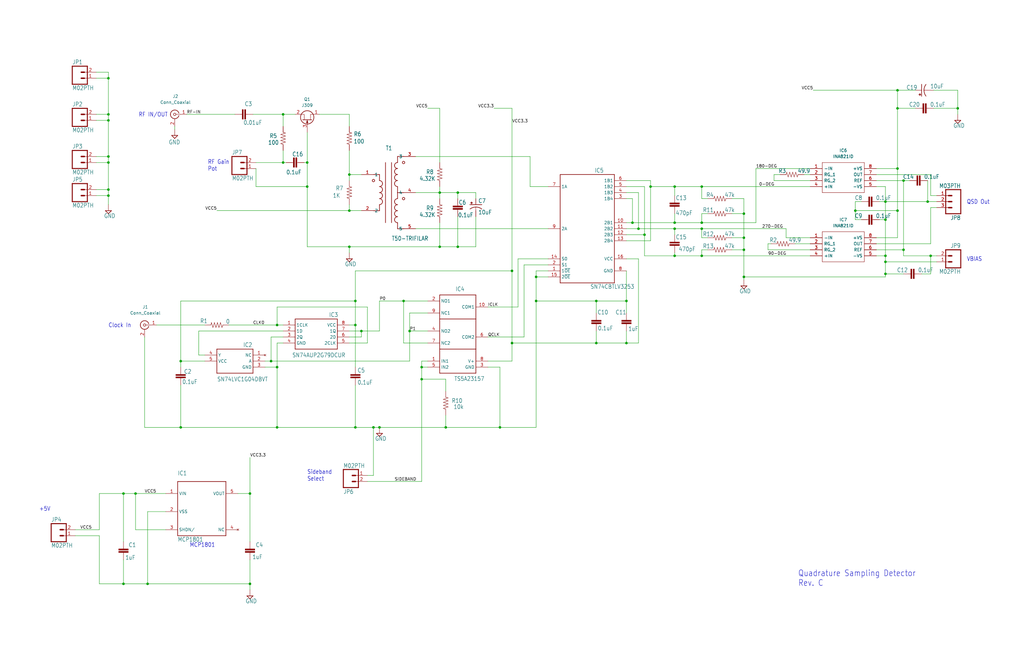
<source format=kicad_sch>
(kicad_sch (version 20230121) (generator eeschema)
  (paper "B")
  (title_block (date "2022-12-23"))
  (lib_symbols
    (symbol "Connector:Conn_Coaxial" (pin_names (offset 1.016) hide)
      (property "Reference" "J" (at 0.254 3.048 0))
      (property "Value" "Conn_Coaxial" (at 2.921 0 90))
      (symbol "Conn_Coaxial_1_1"
        (pin passive line (at -5.08 0 0) (length 2.54) (name "In") (number "1"))
        (pin passive line (at 0 -5.08 90) (length 2.54) (name "Ext") (number "2"))
      )
    )
    (symbol "Device:Q_NJFET_DSG" (pin_names (offset 0) hide)
      (property "Reference" "Q" (at 5.08 1.27 0))
      (property "Value" "Q_NJFET_DSG" (at 5.08 -1.27 0))
      (symbol "Q_NJFET_DSG_1_1"
        (pin passive line (at 2.54 5.08 270) (length 2.54) (name "D") (number "1"))
        (pin passive line (at 2.54 -5.08 90) (length 2.54) (name "S") (number "2"))
        (pin input line (at -5.08 0 0) (length 5.334) (name "G") (number "3"))
      )
    )
    (symbol "SamacSys_Parts:INA821ID" (pin_names (offset 0.762))
      (property "Reference" "IC" (at 24.13 7.62 0))
      (property "Value" "INA821ID" (at 24.13 5.08 0))
      (symbol "INA821ID_0_0"
        (pin passive line (at 0 0 0) (length 5.08) (name "-IN") (number "1"))
        (pin passive line (at 0 -2.54 0) (length 5.08) (name "RG_1") (number "2"))
        (pin passive line (at 0 -5.08 0) (length 5.08) (name "RG_2") (number "3"))
        (pin passive line (at 0 -7.62 0) (length 5.08) (name "+IN") (number "4"))
        (pin passive line (at 27.94 -7.62 180) (length 5.08) (name "-VS") (number "5"))
        (pin passive line (at 27.94 -5.08 180) (length 5.08) (name "REF") (number "6"))
        (pin passive line (at 27.94 -2.54 180) (length 5.08) (name "OUT") (number "7"))
        (pin passive line (at 27.94 0 180) (length 5.08) (name "+VS") (number "8"))
      )
    )
    (symbol "qsd_revB-eagle-import:10UF-25V-20%(PTH)"
      (property "Reference" "C" (at 1.016 0.635 0))
      (property "Value" "10UF-25V-20%(PTH)" (at 1.016 -4.191 0))
      (symbol "10UF-25V-20%(PTH)_1_0"
        (pin passive line (at 0 2.54 270) (length 2.54) (name "+") (number "1"))
        (pin passive line (at 0 -5.08 90) (length 2.54) (name "-") (number "2"))
      )
    )
    (symbol "qsd_revB-eagle-import:CAP0603-CAP"
      (property "Reference" "C" (at 1.524 2.921 0))
      (property "Value" "CAP0603-CAP" (at 1.524 -2.159 0))
      (symbol "CAP0603-CAP_1_0"
        (pin passive line (at 0 5.08 270) (length 2.54) (name "1") (number "1"))
        (pin passive line (at 0 -2.54 90) (length 2.54) (name "2") (number "2"))
      )
    )
    (symbol "qsd_revB-eagle-import:GND" (power)
      (property "Value" "GND" (at -1.905 -3.175 0))
      (symbol "GND_1_0"
        (pin power_in line (at 0 2.54 270) (length 2.54) (name "GND") (number "1"))
      )
    )
    (symbol "qsd_revB-eagle-import:M02PTH"
      (property "Reference" "JP" (at -2.54 5.842 0))
      (property "Value" "M02PTH" (at -2.54 -5.08 0))
      (symbol "M02PTH_1_0"
        (pin passive line (at 7.62 0 180) (length 5.08) (name "1") (number "1"))
        (pin passive line (at 7.62 2.54 180) (length 5.08) (name "2") (number "2"))
      )
    )
    (symbol "qsd_revB-eagle-import:M03PTH"
      (property "Reference" "JP" (at -2.54 5.842 0))
      (property "Value" "M03PTH" (at -2.54 -7.62 0))
      (symbol "M03PTH_1_0"
        (pin passive line (at 7.62 -2.54 180) (length 5.08) (name "1") (number "1"))
        (pin passive line (at 7.62 0 180) (length 5.08) (name "2") (number "2"))
        (pin passive line (at 7.62 2.54 180) (length 5.08) (name "3") (number "3"))
      )
    )
    (symbol "qsd_revB-eagle-import:MCP1801"
      (property "Reference" "IC" (at 0 25.4 0))
      (property "Value" "MCP1801" (at 0 -2.54 0))
      (symbol "MCP1801_1_0"
        (pin power_in line (at -5.08 17.78 0) (length 5.08) (name "VIN") (number "1"))
        (pin power_in line (at -5.08 10.16 0) (length 5.08) (name "VSS") (number "2"))
        (pin input line (at -5.08 2.54 0) (length 5.08) (name "SHDN/") (number "3"))
        (pin no_connect line (at 25.4 2.54 180) (length 5.08) (name "NC") (number "4"))
        (pin power_in line (at 25.4 17.78 180) (length 5.08) (name "VOUT") (number "5"))
      )
    )
    (symbol "qsd_revB-eagle-import:RESISTOR0603-RES"
      (property "Reference" "R" (at -3.81 1.4986 0))
      (property "Value" "RESISTOR0603-RES" (at -3.81 -3.302 0))
      (symbol "RESISTOR0603-RES_1_0"
        (pin passive line (at -5.08 0 0) (length 2.54) (name "1") (number "1"))
        (pin passive line (at 5.08 0 180) (length 2.54) (name "2") (number "2"))
      )
    )
    (symbol "qsd_revB-eagle-import:SN74AUP2G79DCUR"
      (property "Reference" "IC" (at 24.13 7.62 0))
      (property "Value" "SN74AUP2G79DCUR" (at 24.13 5.08 0))
      (symbol "SN74AUP2G79DCUR_1_0"
        (pin bidirectional line (at 0 0 0) (length 5.08) (name "1CLK") (number "1"))
        (pin bidirectional line (at 0 -2.54 0) (length 5.08) (name "1D") (number "2"))
        (pin bidirectional line (at 0 -5.08 0) (length 5.08) (name "2Q") (number "3"))
        (pin bidirectional line (at 0 -7.62 0) (length 5.08) (name "GND") (number "4"))
        (pin bidirectional line (at 27.94 -7.62 180) (length 5.08) (name "2CLK") (number "5"))
        (pin bidirectional line (at 27.94 -5.08 180) (length 5.08) (name "2D") (number "6"))
        (pin bidirectional line (at 27.94 -2.54 180) (length 5.08) (name "1Q") (number "7"))
        (pin bidirectional line (at 27.94 0 180) (length 5.08) (name "VCC") (number "8"))
      )
    )
    (symbol "qsd_revB-eagle-import:SN74CBTLV3253"
      (property "Reference" "IC" (at 14.478 46.482 0))
      (property "Value" "SN74CBTLV3253" (at 12.7 -2.54 0))
      (symbol "SN74CBTLV3253_1_0"
        (pin bidirectional line (at -5.08 5.08 0) (length 5.08) (name "1~{OE}") (number "1"))
        (pin bidirectional line (at 27.94 25.4 180) (length 5.08) (name "2B1") (number "10"))
        (pin bidirectional line (at 27.94 22.86 180) (length 5.08) (name "2B2") (number "11"))
        (pin bidirectional line (at 27.94 20.32 180) (length 5.08) (name "2B3") (number "12"))
        (pin bidirectional line (at 27.94 17.78 180) (length 5.08) (name "2B4") (number "13"))
        (pin bidirectional line (at -5.08 10.16 0) (length 5.08) (name "S0") (number "14"))
        (pin bidirectional line (at -5.08 2.54 0) (length 5.08) (name "2~{OE}") (number "15"))
        (pin bidirectional line (at 27.94 10.16 180) (length 5.08) (name "VCC") (number "16"))
        (pin bidirectional line (at -5.08 7.62 0) (length 5.08) (name "S1") (number "2"))
        (pin bidirectional line (at 27.94 35.56 180) (length 5.08) (name "1B4") (number "3"))
        (pin bidirectional line (at 27.94 38.1 180) (length 5.08) (name "1B3") (number "4"))
        (pin bidirectional line (at 27.94 40.64 180) (length 5.08) (name "1B2") (number "5"))
        (pin bidirectional line (at 27.94 43.18 180) (length 5.08) (name "1B1") (number "6"))
        (pin bidirectional line (at -5.08 40.64 0) (length 5.08) (name "1A") (number "7"))
        (pin bidirectional line (at 27.94 5.08 180) (length 5.08) (name "GND") (number "8"))
        (pin bidirectional line (at -5.08 22.86 0) (length 5.08) (name "2A") (number "9"))
      )
    )
    (symbol "qsd_revB-eagle-import:SN74LVC1G04DBVT"
      (property "Reference" "IC" (at 21.59 7.62 0))
      (property "Value" "SN74LVC1G04DBVT" (at 21.59 5.08 0))
      (symbol "SN74LVC1G04DBVT_1_0"
        (pin no_connect line (at 0 0 0) (length 5.08) (name "NC") (number "1"))
        (pin input line (at 0 -2.54 0) (length 5.08) (name "A") (number "2"))
        (pin power_in line (at 0 -5.08 0) (length 5.08) (name "GND") (number "3"))
        (pin output line (at 25.4 0 180) (length 5.08) (name "Y") (number "4"))
        (pin power_in line (at 25.4 -2.54 180) (length 5.08) (name "VCC") (number "5"))
      )
    )
    (symbol "qsd_revB-eagle-import:T50-TRIFILAR"
      (property "Reference" "T" (at 5.08 25.4 0))
      (property "Value" "T50-TRIFILAR" (at 7.62 -12.7 0))
      (symbol "T50-TRIFILAR_1_0"
        (pin bidirectional line (at -5.08 15.24 0) (length 5.08) (name "1") (number "1"))
        (pin bidirectional line (at -5.08 0 0) (length 5.08) (name "2") (number "2"))
        (pin bidirectional line (at 17.78 22.86 180) (length 5.08) (name "3") (number "3"))
        (pin bidirectional line (at 17.78 7.62 180) (length 5.08) (name "4") (number "4"))
        (pin bidirectional line (at 17.78 -7.62 180) (length 5.08) (name "5") (number "5"))
      )
    )
    (symbol "qsd_revB-eagle-import:TS5A23157"
      (property "Reference" "IC" (at 6.604 34.544 0))
      (property "Value" "TS5A23157" (at 6.096 -3.302 0))
      (symbol "TS5A23157_1_0"
        (pin bidirectional line (at -5.08 5.08 0) (length 5.08) (name "IN1") (number "1"))
        (pin bidirectional line (at 20.32 27.94 180) (length 5.08) (name "COM1") (number "10"))
        (pin bidirectional line (at -5.08 30.48 0) (length 5.08) (name "NO1") (number "2"))
        (pin bidirectional line (at 20.32 2.54 180) (length 5.08) (name "GND") (number "3"))
        (pin bidirectional line (at -5.08 17.78 0) (length 5.08) (name "NO2") (number "4"))
        (pin bidirectional line (at -5.08 2.54 0) (length 5.08) (name "IN2") (number "5"))
        (pin bidirectional line (at 20.32 15.24 180) (length 5.08) (name "COM2") (number "6"))
        (pin bidirectional line (at -5.08 12.7 0) (length 5.08) (name "NC2") (number "7"))
        (pin bidirectional line (at 20.32 5.08 180) (length 5.08) (name "V+") (number "8"))
        (pin bidirectional line (at -5.08 25.4 0) (length 5.08) (name "NC1") (number "9"))
      )
    )
  )
  (junction (at 266.7 93.98))
  (junction (at 269.24 96.52))
  (junction (at 62.23 246.38))
  (junction (at 177.8 160.02))
  (junction (at 193.04 81.28))
  (junction (at 76.2 180.34))
  (junction (at 45.72 50.8))
  (junction (at 378.46 71.12))
  (junction (at 52.07 208.28))
  (junction (at 274.32 78.74))
  (junction (at 403.86 45.72))
  (junction (at 295.91 96.52))
  (junction (at 264.16 127))
  (junction (at 57.15 208.28))
  (junction (at 147.32 88.9))
  (junction (at 157.48 180.34))
  (junction (at 210.82 180.34))
  (junction (at 378.46 45.72))
  (junction (at 378.46 88.9))
  (junction (at 226.06 116.84))
  (junction (at 313.69 105.41))
  (junction (at 105.41 208.28))
  (junction (at 116.84 180.34))
  (junction (at 45.72 80.01))
  (junction (at 284.48 107.95))
  (junction (at 313.69 90.17))
  (junction (at 373.38 85.09))
  (junction (at 215.9 144.78))
  (junction (at 264.16 144.78))
  (junction (at 119.38 68.58))
  (junction (at 160.02 180.34))
  (junction (at 45.72 68.58))
  (junction (at 149.86 180.34))
  (junction (at 391.16 85.09))
  (junction (at 373.38 110.49))
  (junction (at 373.38 92.71))
  (junction (at 381 105.41))
  (junction (at 185.42 104.14))
  (junction (at 129.54 68.58))
  (junction (at 373.38 107.95))
  (junction (at 215.9 114.3))
  (junction (at 271.78 99.06))
  (junction (at 251.46 127))
  (junction (at 284.48 96.52))
  (junction (at 381 76.2))
  (junction (at 116.84 154.94))
  (junction (at 152.4 139.7))
  (junction (at 119.38 48.26))
  (junction (at 295.91 107.95))
  (junction (at 170.18 127))
  (junction (at 295.91 78.74))
  (junction (at 284.48 78.74))
  (junction (at 114.3 152.4))
  (junction (at 147.32 104.14))
  (junction (at 52.07 246.38))
  (junction (at 193.04 104.14))
  (junction (at 295.91 93.98))
  (junction (at 177.8 154.94))
  (junction (at 129.54 78.74))
  (junction (at 226.06 127))
  (junction (at 45.72 48.26))
  (junction (at 172.72 139.7))
  (junction (at 116.84 137.16))
  (junction (at 147.32 73.66))
  (junction (at 284.48 93.98))
  (junction (at 373.38 115.57))
  (junction (at 392.43 107.95))
  (junction (at 185.42 81.28))
  (junction (at 45.72 82.55))
  (junction (at 313.69 100.33))
  (junction (at 76.2 152.4))
  (junction (at 45.72 33.02))
  (junction (at 378.46 38.1))
  (junction (at 45.72 66.04))
  (junction (at 105.41 246.38))
  (junction (at 360.68 88.9))
  (junction (at 149.86 137.16))
  (junction (at 187.96 180.34))
  (junction (at 251.46 144.78))
  (junction (at 313.69 116.84))
  (junction (at 149.86 127))
  (wire (pts (xy 147.32 76.2) (xy 147.32 73.66)))
  (wire (pts (xy 129.54 68.58) (xy 129.54 78.74)))
  (wire (pts (xy 177.8 160.02) (xy 177.8 203.2)))
  (wire (pts (xy 378.46 38.1) (xy 378.46 45.72)))
  (wire (pts (xy 129.54 78.74) (xy 129.54 104.14)))
  (wire (pts (xy 185.42 93.98) (xy 185.42 104.14)))
  (wire (pts (xy 378.46 71.12) (xy 378.46 88.9)))
  (wire (pts (xy 73.66 53.34) (xy 73.66 54.61)))
  (wire (pts (xy 308.61 90.17) (xy 313.69 90.17)))
  (wire (pts (xy 323.85 105.41) (xy 323.85 102.87)))
  (wire (pts (xy 172.72 132.08) (xy 180.34 132.08)))
  (wire (pts (xy 373.38 115.57) (xy 373.38 116.84)))
  (wire (pts (xy 231.14 116.84) (xy 226.06 116.84)))
  (wire (pts (xy 298.45 100.33) (xy 295.91 100.33)))
  (wire (pts (xy 52.07 246.38) (xy 62.23 246.38)))
  (wire (pts (xy 218.44 109.22) (xy 231.14 109.22)))
  (wire (pts (xy 111.76 154.94) (xy 116.84 154.94)))
  (wire (pts (xy 369.57 100.33) (xy 378.46 100.33)))
  (wire (pts (xy 180.34 144.78) (xy 170.18 144.78)))
  (wire (pts (xy 45.72 80.01) (xy 45.72 82.55)))
  (wire (pts (xy 200.66 104.14) (xy 193.04 104.14)))
  (wire (pts (xy 129.54 55.88) (xy 129.54 68.58)))
  (wire (pts (xy 45.72 66.04) (xy 45.72 68.58)))
  (wire (pts (xy 60.96 142.24) (xy 60.96 180.34)))
  (wire (pts (xy 378.46 100.33) (xy 378.46 88.9)))
  (wire (pts (xy 180.34 152.4) (xy 177.8 152.4)))
  (wire (pts (xy 147.32 86.36) (xy 147.32 88.9)))
  (wire (pts (xy 40.64 82.55) (xy 45.72 82.55)))
  (wire (pts (xy 373.38 115.57) (xy 381 115.57)))
  (wire (pts (xy 391.16 76.2) (xy 391.16 85.09)))
  (wire (pts (xy 205.74 129.54) (xy 218.44 129.54)))
  (wire (pts (xy 284.48 93.98) (xy 266.7 93.98)))
  (wire (pts (xy 284.48 78.74) (xy 295.91 78.74)))
  (wire (pts (xy 147.32 88.9) (xy 152.4 88.9)))
  (wire (pts (xy 295.91 100.33) (xy 295.91 96.52)))
  (wire (pts (xy 45.72 50.8) (xy 45.72 66.04)))
  (wire (pts (xy 193.04 91.44) (xy 193.04 104.14)))
  (wire (pts (xy 220.98 142.24) (xy 220.98 111.76)))
  (wire (pts (xy 210.82 180.34) (xy 226.06 180.34)))
  (wire (pts (xy 313.69 116.84) (xy 313.69 118.11)))
  (wire (pts (xy 149.86 127) (xy 149.86 114.3)))
  (wire (pts (xy 284.48 96.52) (xy 295.91 96.52)))
  (wire (pts (xy 388.62 115.57) (xy 392.43 115.57)))
  (wire (pts (xy 83.82 139.7) (xy 119.38 139.7)))
  (wire (pts (xy 373.38 107.95) (xy 373.38 110.49)))
  (wire (pts (xy 231.14 114.3) (xy 226.06 114.3)))
  (wire (pts (xy 105.41 236.22) (xy 105.41 246.38)))
  (wire (pts (xy 369.57 105.41) (xy 381 105.41)))
  (wire (pts (xy 381 107.95) (xy 381 105.41)))
  (wire (pts (xy 193.04 81.28) (xy 185.42 81.28)))
  (wire (pts (xy 200.66 81.28) (xy 193.04 81.28)))
  (wire (pts (xy 328.93 73.66) (xy 326.39 73.66)))
  (wire (pts (xy 185.42 81.28) (xy 185.42 83.82)))
  (wire (pts (xy 298.45 90.17) (xy 295.91 90.17)))
  (wire (pts (xy 40.64 50.8) (xy 45.72 50.8)))
  (wire (pts (xy 392.43 73.66) (xy 392.43 82.55)))
  (wire (pts (xy 215.9 144.78) (xy 215.9 114.3)))
  (wire (pts (xy 271.78 99.06) (xy 264.16 99.06)))
  (wire (pts (xy 369.57 73.66) (xy 392.43 73.66)))
  (wire (pts (xy 41.91 246.38) (xy 52.07 246.38)))
  (wire (pts (xy 60.96 180.34) (xy 76.2 180.34)))
  (wire (pts (xy 200.66 83.82) (xy 200.66 81.28)))
  (wire (pts (xy 308.61 100.33) (xy 313.69 100.33)))
  (wire (pts (xy 69.85 215.9) (xy 62.23 215.9)))
  (wire (pts (xy 154.94 129.54) (xy 116.84 129.54)))
  (wire (pts (xy 335.28 102.87) (xy 341.63 102.87)))
  (wire (pts (xy 392.43 82.55) (xy 394.97 82.55)))
  (wire (pts (xy 152.4 139.7) (xy 160.02 139.7)))
  (wire (pts (xy 187.96 175.26) (xy 187.96 180.34)))
  (wire (pts (xy 271.78 99.06) (xy 271.78 107.95)))
  (wire (pts (xy 210.82 180.34) (xy 187.96 180.34)))
  (wire (pts (xy 149.86 127) (xy 76.2 127)))
  (wire (pts (xy 251.46 144.78) (xy 264.16 144.78)))
  (wire (pts (xy 100.33 208.28) (xy 105.41 208.28)))
  (wire (pts (xy 218.44 129.54) (xy 218.44 109.22)))
  (wire (pts (xy 323.85 102.87) (xy 325.12 102.87)))
  (wire (pts (xy 394.97 107.95) (xy 392.43 107.95)))
  (wire (pts (xy 313.69 100.33) (xy 313.69 105.41)))
  (wire (pts (xy 116.84 154.94) (xy 116.84 180.34)))
  (wire (pts (xy 152.4 73.66) (xy 147.32 73.66)))
  (wire (pts (xy 147.32 137.16) (xy 149.86 137.16)))
  (wire (pts (xy 369.57 107.95) (xy 373.38 107.95)))
  (wire (pts (xy 373.38 92.71) (xy 373.38 107.95)))
  (wire (pts (xy 373.38 85.09) (xy 391.16 85.09)))
  (wire (pts (xy 298.45 83.82) (xy 295.91 83.82)))
  (wire (pts (xy 154.94 200.66) (xy 157.48 200.66)))
  (wire (pts (xy 147.32 104.14) (xy 147.32 106.68)))
  (wire (pts (xy 45.72 48.26) (xy 45.72 50.8)))
  (wire (pts (xy 378.46 45.72) (xy 386.08 45.72)))
  (wire (pts (xy 381 105.41) (xy 381 76.2)))
  (wire (pts (xy 269.24 109.22) (xy 269.24 144.78)))
  (wire (pts (xy 313.69 83.82) (xy 313.69 90.17)))
  (wire (pts (xy 149.86 114.3) (xy 215.9 114.3)))
  (wire (pts (xy 226.06 114.3) (xy 226.06 116.84)))
  (wire (pts (xy 313.69 90.17) (xy 313.69 100.33)))
  (wire (pts (xy 381 76.2) (xy 369.57 76.2)))
  (wire (pts (xy 129.54 104.14) (xy 147.32 104.14)))
  (wire (pts (xy 52.07 236.22) (xy 52.07 246.38)))
  (wire (pts (xy 69.85 223.52) (xy 57.15 223.52)))
  (wire (pts (xy 269.24 96.52) (xy 264.16 96.52)))
  (wire (pts (xy 160.02 139.7) (xy 160.02 127)))
  (wire (pts (xy 62.23 246.38) (xy 105.41 246.38)))
  (wire (pts (xy 152.4 139.7) (xy 152.4 142.24)))
  (wire (pts (xy 180.34 45.72) (xy 185.42 45.72)))
  (wire (pts (xy 172.72 139.7) (xy 172.72 132.08)))
  (wire (pts (xy 177.8 154.94) (xy 177.8 160.02)))
  (wire (pts (xy 226.06 127) (xy 251.46 127)))
  (wire (pts (xy 369.57 78.74) (xy 373.38 78.74)))
  (wire (pts (xy 373.38 110.49) (xy 394.97 110.49)))
  (wire (pts (xy 45.72 30.48) (xy 45.72 33.02)))
  (wire (pts (xy 114.3 152.4) (xy 111.76 152.4)))
  (wire (pts (xy 86.36 149.86) (xy 83.82 149.86)))
  (wire (pts (xy 105.41 208.28) (xy 105.41 228.6)))
  (wire (pts (xy 205.74 154.94) (xy 210.82 154.94)))
  (wire (pts (xy 170.18 127) (xy 180.34 127)))
  (wire (pts (xy 298.45 105.41) (xy 295.91 105.41)))
  (wire (pts (xy 66.04 137.16) (xy 86.36 137.16)))
  (wire (pts (xy 392.43 107.95) (xy 381 107.95)))
  (wire (pts (xy 147.32 73.66) (xy 147.32 63.5)))
  (wire (pts (xy 41.91 208.28) (xy 52.07 208.28)))
  (wire (pts (xy 119.38 142.24) (xy 114.3 142.24)))
  (wire (pts (xy 223.52 66.04) (xy 223.52 78.74)))
  (wire (pts (xy 116.84 144.78) (xy 116.84 154.94)))
  (wire (pts (xy 107.95 71.12) (xy 107.95 78.74)))
  (wire (pts (xy 274.32 78.74) (xy 274.32 76.2)))
  (wire (pts (xy 403.86 38.1) (xy 403.86 45.72)))
  (wire (pts (xy 154.94 144.78) (xy 154.94 129.54)))
  (wire (pts (xy 147.32 53.34) (xy 147.32 48.26)))
  (wire (pts (xy 149.86 137.16) (xy 149.86 154.94)))
  (wire (pts (xy 76.2 162.56) (xy 76.2 180.34)))
  (wire (pts (xy 392.43 87.63) (xy 394.97 87.63)))
  (wire (pts (xy 393.7 45.72) (xy 403.86 45.72)))
  (wire (pts (xy 271.78 107.95) (xy 284.48 107.95)))
  (wire (pts (xy 177.8 152.4) (xy 177.8 154.94)))
  (wire (pts (xy 373.38 110.49) (xy 373.38 115.57)))
  (wire (pts (xy 119.38 137.16) (xy 116.84 137.16)))
  (wire (pts (xy 295.91 107.95) (xy 341.63 107.95)))
  (wire (pts (xy 360.68 88.9) (xy 378.46 88.9)))
  (wire (pts (xy 392.43 102.87) (xy 392.43 87.63)))
  (wire (pts (xy 40.64 48.26) (xy 45.72 48.26)))
  (wire (pts (xy 175.26 66.04) (xy 223.52 66.04)))
  (wire (pts (xy 360.68 88.9) (xy 360.68 92.71)))
  (wire (pts (xy 45.72 68.58) (xy 45.72 80.01)))
  (wire (pts (xy 210.82 154.94) (xy 210.82 180.34)))
  (wire (pts (xy 31.75 226.06) (xy 41.91 226.06)))
  (wire (pts (xy 180.34 139.7) (xy 172.72 139.7)))
  (wire (pts (xy 40.64 66.04) (xy 45.72 66.04)))
  (wire (pts (xy 331.47 100.33) (xy 341.63 100.33)))
  (wire (pts (xy 185.42 78.74) (xy 185.42 81.28)))
  (wire (pts (xy 264.16 139.7) (xy 264.16 144.78)))
  (wire (pts (xy 106.68 48.26) (xy 119.38 48.26)))
  (wire (pts (xy 175.26 81.28) (xy 185.42 81.28)))
  (wire (pts (xy 391.16 85.09) (xy 394.97 85.09)))
  (wire (pts (xy 363.22 85.09) (xy 360.68 85.09)))
  (wire (pts (xy 226.06 127) (xy 226.06 180.34)))
  (wire (pts (xy 107.95 68.58) (xy 119.38 68.58)))
  (wire (pts (xy 269.24 81.28) (xy 269.24 96.52)))
  (wire (pts (xy 193.04 104.14) (xy 185.42 104.14)))
  (wire (pts (xy 52.07 208.28) (xy 52.07 228.6)))
  (wire (pts (xy 369.57 102.87) (xy 392.43 102.87)))
  (wire (pts (xy 360.68 92.71) (xy 363.22 92.71)))
  (wire (pts (xy 215.9 45.72) (xy 208.28 45.72)))
  (wire (pts (xy 119.38 68.58) (xy 120.65 68.58)))
  (wire (pts (xy 175.26 96.52) (xy 231.14 96.52)))
  (wire (pts (xy 172.72 152.4) (xy 172.72 139.7)))
  (wire (pts (xy 308.61 83.82) (xy 313.69 83.82)))
  (wire (pts (xy 264.16 101.6) (xy 274.32 101.6)))
  (wire (pts (xy 271.78 78.74) (xy 271.78 99.06)))
  (wire (pts (xy 220.98 111.76) (xy 231.14 111.76)))
  (wire (pts (xy 149.86 137.16) (xy 149.86 127)))
  (wire (pts (xy 147.32 144.78) (xy 154.94 144.78)))
  (wire (pts (xy 119.38 63.5) (xy 119.38 68.58)))
  (wire (pts (xy 57.15 208.28) (xy 52.07 208.28)))
  (wire (pts (xy 187.96 160.02) (xy 177.8 160.02)))
  (wire (pts (xy 147.32 139.7) (xy 152.4 139.7)))
  (wire (pts (xy 360.68 85.09) (xy 360.68 88.9)))
  (wire (pts (xy 373.38 78.74) (xy 373.38 85.09)))
  (wire (pts (xy 116.84 129.54) (xy 116.84 137.16)))
  (wire (pts (xy 187.96 165.1) (xy 187.96 160.02)))
  (wire (pts (xy 264.16 127) (xy 251.46 127)))
  (wire (pts (xy 180.34 154.94) (xy 177.8 154.94)))
  (wire (pts (xy 284.48 82.55) (xy 284.48 78.74)))
  (wire (pts (xy 295.91 105.41) (xy 295.91 107.95)))
  (wire (pts (xy 284.48 107.95) (xy 295.91 107.95)))
  (wire (pts (xy 264.16 114.3) (xy 264.16 127)))
  (wire (pts (xy 45.72 82.55) (xy 45.72 86.36)))
  (wire (pts (xy 274.32 78.74) (xy 274.32 101.6)))
  (wire (pts (xy 295.91 90.17) (xy 295.91 93.98)))
  (wire (pts (xy 369.57 71.12) (xy 378.46 71.12)))
  (wire (pts (xy 392.43 115.57) (xy 392.43 107.95)))
  (wire (pts (xy 251.46 132.08) (xy 251.46 127)))
  (wire (pts (xy 134.62 48.26) (xy 147.32 48.26)))
  (wire (pts (xy 116.84 180.34) (xy 149.86 180.34)))
  (wire (pts (xy 149.86 162.56) (xy 149.86 180.34)))
  (wire (pts (xy 205.74 142.24) (xy 220.98 142.24)))
  (wire (pts (xy 119.38 144.78) (xy 116.84 144.78)))
  (wire (pts (xy 119.38 53.34) (xy 119.38 48.26)))
  (wire (pts (xy 96.52 137.16) (xy 116.84 137.16)))
  (wire (pts (xy 223.52 78.74) (xy 231.14 78.74)))
  (wire (pts (xy 187.96 180.34) (xy 160.02 180.34)))
  (wire (pts (xy 205.74 152.4) (xy 215.9 152.4)))
  (wire (pts (xy 295.91 78.74) (xy 341.63 78.74)))
  (wire (pts (xy 157.48 180.34) (xy 160.02 180.34)))
  (wire (pts (xy 295.91 83.82) (xy 295.91 78.74)))
  (wire (pts (xy 393.7 38.1) (xy 403.86 38.1)))
  (wire (pts (xy 62.23 215.9) (xy 62.23 246.38)))
  (wire (pts (xy 107.95 78.74) (xy 129.54 78.74)))
  (wire (pts (xy 284.48 96.52) (xy 284.48 99.06)))
  (wire (pts (xy 269.24 96.52) (xy 284.48 96.52)))
  (wire (pts (xy 200.66 91.44) (xy 200.66 104.14)))
  (wire (pts (xy 91.44 88.9) (xy 147.32 88.9)))
  (wire (pts (xy 40.64 80.01) (xy 45.72 80.01)))
  (wire (pts (xy 264.16 81.28) (xy 269.24 81.28)))
  (wire (pts (xy 41.91 226.06) (xy 41.91 246.38)))
  (wire (pts (xy 31.75 223.52) (xy 41.91 223.52)))
  (wire (pts (xy 99.06 48.26) (xy 78.74 48.26)))
  (wire (pts (xy 295.91 96.52) (xy 331.47 96.52)))
  (wire (pts (xy 105.41 208.28) (xy 105.41 193.04)))
  (wire (pts (xy 373.38 85.09) (xy 373.38 92.71)))
  (wire (pts (xy 57.15 223.52) (xy 57.15 208.28)))
  (wire (pts (xy 185.42 45.72) (xy 185.42 68.58)))
  (wire (pts (xy 318.77 93.98) (xy 295.91 93.98)))
  (wire (pts (xy 40.64 68.58) (xy 45.72 68.58)))
  (wire (pts (xy 318.77 71.12) (xy 341.63 71.12)))
  (wire (pts (xy 373.38 116.84) (xy 313.69 116.84)))
  (wire (pts (xy 264.16 83.82) (xy 266.7 83.82)))
  (wire (pts (xy 264.16 109.22) (xy 269.24 109.22)))
  (wire (pts (xy 185.42 104.14) (xy 147.32 104.14)))
  (wire (pts (xy 40.64 33.02) (xy 45.72 33.02)))
  (wire (pts (xy 284.48 106.68) (xy 284.48 107.95)))
  (wire (pts (xy 323.85 105.41) (xy 341.63 105.41)))
  (wire (pts (xy 215.9 152.4) (xy 215.9 144.78)))
  (wire (pts (xy 40.64 30.48) (xy 45.72 30.48)))
  (wire (pts (xy 76.2 154.94) (xy 76.2 152.4)))
  (wire (pts (xy 226.06 116.84) (xy 226.06 127)))
  (wire (pts (xy 215.9 144.78) (xy 251.46 144.78)))
  (wire (pts (xy 69.85 208.28) (xy 57.15 208.28)))
  (wire (pts (xy 342.9 38.1) (xy 378.46 38.1)))
  (wire (pts (xy 76.2 152.4) (xy 86.36 152.4)))
  (wire (pts (xy 326.39 76.2) (xy 341.63 76.2)))
  (wire (pts (xy 160.02 127) (xy 170.18 127)))
  (wire (pts (xy 152.4 142.24) (xy 147.32 142.24)))
  (wire (pts (xy 266.7 93.98) (xy 264.16 93.98)))
  (wire (pts (xy 295.91 93.98) (xy 284.48 93.98)))
  (wire (pts (xy 331.47 96.52) (xy 331.47 100.33)))
  (wire (pts (xy 193.04 83.82) (xy 193.04 81.28)))
  (wire (pts (xy 41.91 223.52) (xy 41.91 208.28)))
  (wire (pts (xy 45.72 33.02) (xy 45.72 48.26)))
  (wire (pts (xy 215.9 45.72) (xy 215.9 114.3)))
  (wire (pts (xy 251.46 139.7) (xy 251.46 144.78)))
  (wire (pts (xy 264.16 78.74) (xy 271.78 78.74)))
  (wire (pts (xy 386.08 38.1) (xy 378.46 38.1)))
  (wire (pts (xy 83.82 149.86) (xy 83.82 139.7)))
  (wire (pts (xy 177.8 203.2) (xy 154.94 203.2)))
  (wire (pts (xy 284.48 90.17) (xy 284.48 93.98)))
  (wire (pts (xy 266.7 83.82) (xy 266.7 93.98)))
  (wire (pts (xy 157.48 200.66) (xy 157.48 180.34)))
  (wire (pts (xy 370.84 85.09) (xy 373.38 85.09)))
  (wire (pts (xy 264.16 144.78) (xy 269.24 144.78)))
  (wire (pts (xy 274.32 76.2) (xy 264.16 76.2)))
  (wire (pts (xy 313.69 105.41) (xy 313.69 116.84)))
  (wire (pts (xy 308.61 105.41) (xy 313.69 105.41)))
  (wire (pts (xy 170.18 144.78) (xy 170.18 127)))
  (wire (pts (xy 149.86 180.34) (xy 157.48 180.34)))
  (wire (pts (xy 76.2 127) (xy 76.2 152.4)))
  (wire (pts (xy 339.09 73.66) (xy 341.63 73.66)))
  (wire (pts (xy 128.27 68.58) (xy 129.54 68.58)))
  (wire (pts (xy 114.3 152.4) (xy 172.72 152.4)))
  (wire (pts (xy 114.3 142.24) (xy 114.3 152.4)))
  (wire (pts (xy 381 76.2) (xy 383.54 76.2)))
  (wire (pts (xy 370.84 92.71) (xy 373.38 92.71)))
  (wire (pts (xy 378.46 45.72) (xy 378.46 71.12)))
  (wire (pts (xy 318.77 93.98) (xy 318.77 71.12)))
  (wire (pts (xy 116.84 180.34) (xy 76.2 180.34)))
  (wire (pts (xy 264.16 127) (xy 264.16 132.08)))
  (wire (pts (xy 326.39 73.66) (xy 326.39 76.2)))
  (wire (pts (xy 105.41 246.38) (xy 105.41 248.92)))
  (wire (pts (xy 119.38 48.26) (xy 124.46 48.26)))
  (wire (pts (xy 403.86 45.72) (xy 403.86 48.26)))
  (wire (pts (xy 284.48 78.74) (xy 274.32 78.74)))
  (text "Clock In" (at 45.72 138.43 0) (effects (font (size 1.778 1.5113)) (justify left bottom)))
  (text "RF Gain\nPot" (at 87.63 72.39 0) (effects (font (size 1.778 1.5113)) (justify left bottom)))
  (text "Sideband\nSelect" (at 129.54 203.2 0) (effects (font (size 1.778 1.5113)) (justify left bottom)))
  (text "MCP1801" (at 80.01 231.14 0) (effects (font (size 1.778 1.5113)) (justify left bottom)))
  (text "QSD Out" (at 407.67 86.36 0) (effects (font (size 1.778 1.5113)) (justify left bottom)))
  (text "RF IN/OUT" (at 58.42 49.53 0) (effects (font (size 1.778 1.5113)) (justify left bottom)))
  (text "+5V" (at 16.51 215.9 0) (effects (font (size 1.778 1.5113)) (justify left bottom)))
  (text "VBIAS" (at 407.67 110.49 0) (effects (font (size 1.778 1.5113)) (justify left bottom)))
  (text "Quadrature Sampling Detector\nRev. C" (at 336.55 247.65 0) (effects (font (size 2.54 2.159)) (justify left bottom)))
  (label "VCC3.3" (at 215.9 52.07 0) (effects (font (size 1.2446 1.2446))))
  (label "VCC5" (at 342.9 38.1 180) (effects (font (size 1.2446 1.2446))))
  (label "90-DEG" (at 323.85 107.95 0) (effects (font (size 1.2446 1.2446))))
  (label "VCC3.3" (at 105.41 193.04 0) (effects (font (size 1.2446 1.2446))))
  (label "270-DEG" (at 321.31 96.52 0) (effects (font (size 1.2446 1.2446))))
  (label "VCC3.3" (at 208.28 45.72 180) (effects (font (size 1.2446 1.2446))))
  (label "CLK0" (at 106.68 137.16 0) (effects (font (size 1.2446 1.2446))))
  (label "P0" (at 160.02 127 0) (effects (font (size 1.2446 1.2446))))
  (label "P1" (at 172.72 139.7 0) (effects (font (size 1.2446 1.2446))))
  (label "SIDEBAND" (at 166.37 203.2 0) (effects (font (size 1.2446 1.2446))))
  (label "VCC5" (at 38.735 223.52 180) (effects (font (size 1.2446 1.2446))))
  (label "VCC5" (at 60.96 208.28 0) (effects (font (size 1.2446 1.2446))))
  (label "VCC5" (at 180.34 45.72 180) (effects (font (size 1.2446 1.2446))))
  (label "QCLK" (at 205.74 142.24 0) (effects (font (size 1.2446 1.2446))))
  (label "180-DEG" (at 318.77 71.12 0) (effects (font (size 1.2446 1.2446))))
  (label "RF-IN" (at 78.74 48.26 0) (effects (font (size 1.2446 1.2446))))
  (label "ICLK" (at 205.74 129.54 0) (effects (font (size 1.2446 1.2446))))
  (label "VCC5" (at 91.44 88.9 180) (effects (font (size 1.2446 1.2446))))
  (label "0-DEG" (at 320.04 78.74 0) (effects (font (size 1.2446 1.2446))))
  (symbol (lib_id "qsd_revB-eagle-import:MCP1801") (at 74.93 226.06 0) (unit 1)
    (property "Reference" "IC1" (at 74.93 200.66 0) (effects (font (size 1.778 1.5113)) (justify left bottom)))
    (property "Value" "MCP1801" (at 74.93 228.6 0) (effects (font (size 1.778 1.5113)) (justify left bottom)))
    (property "Footprint" "qsd_revB:SOT23-5" (effects hide))
  )
  (symbol (lib_id "qsd_revB-eagle-import:RESISTOR0603-RES") (at 119.38 58.42 90) (unit 1)
    (property "Reference" "R5" (at 116.84 56.3626 90) (effects (font (size 1.778 1.5113)) (justify left bottom)))
    (property "Value" "100" (at 117.602 59.182 90) (effects (font (size 1.778 1.5113)) (justify left bottom)))
    (property "Footprint" "Resistor_SMD:R_0603_1608Metric_Pad0.98x0.95mm_HandSolder" (effects hide))
  )
  (symbol (lib_id "qsd_revB-eagle-import:SN74LVC1G04DBVT") (at 111.76 149.86 0) (mirror y) (unit 1)
    (property "Reference" "IC2" (at 106.426 145.542 0) (effects (font (size 1.778 1.5113)) (justify left)))
    (property "Value" "SN74LVC1G04DBVT" (at 113.03 160.02 0) (effects (font (size 1.778 1.5113)) (justify left)))
    (property "Footprint" "qsd_revB:SOT95P280X145-5N" (effects hide))
  )
  (symbol (lib_id "qsd_revB-eagle-import:CAP0603-CAP") (at 76.2 157.48 180) (unit 1)
    (property "Reference" "C2" (at 80.772 155.829 0) (effects (font (size 1.778 1.5113)) (justify left bottom)))
    (property "Value" "0.1uF" (at 83.312 160.147 0) (effects (font (size 1.778 1.5113)) (justify left bottom)))
    (property "Footprint" "Capacitor_SMD:C_0603_1608Metric_Pad1.08x0.95mm_HandSolder" (effects hide))
  )
  (symbol (lib_id "qsd_revB-eagle-import:10UF-25V-20%(PTH)") (at 388.62 38.1 90) (unit 1)
    (property "Reference" "C19" (at 386.842 35.941 90) (effects (font (size 1.778 1.5113)) (justify left bottom)))
    (property "Value" "10uF" (at 398.018 35.433 90) (effects (font (size 1.778 1.5113)) (justify left bottom)))
    (property "Footprint" "qsd_revB:CPOL-RADIAL-10UF-25V" (effects hide))
  )
  (symbol (lib_id "qsd_revB-eagle-import:GND") (at 160.02 182.88 0) (unit 1)
    (property "Reference" "#SUPPLY05" (effects hide))
    (property "Value" "GND" (at 158.115 186.055 0) (effects (font (size 1.778 1.5113)) (justify left bottom)))
    (property "Footprint" "qsd_revB:" (effects hide))
  )
  (symbol (lib_id "qsd_revB-eagle-import:RESISTOR0603-RES") (at 303.53 83.82 180) (unit 1)
    (property "Reference" "R4" (at 300.99 81.28 0) (effects (font (size 1.778 1.5113)) (justify left bottom)))
    (property "Value" "47k" (at 309.88 81.28 0) (effects (font (size 1.778 1.5113)) (justify left bottom)))
    (property "Footprint" "Resistor_SMD:R_0603_1608Metric_Pad0.98x0.95mm_HandSolder" (effects hide))
  )
  (symbol (lib_id "Device:Q_NJFET_DSG") (at 129.54 50.8 270) (mirror x) (unit 1)
    (property "Reference" "Q1" (at 129.54 41.91 90))
    (property "Value" "J309" (at 129.54 44.45 90))
    (property "Footprint" "Package_TO_SOT_SMD:SOT-23" (effects hide))
  )
  (symbol (lib_id "Connector:Conn_Coaxial") (at 73.66 48.26 0) (mirror y) (unit 1)
    (property "Reference" "J2" (at 73.9774 40.64 0))
    (property "Value" "Conn_Coaxial" (at 73.9774 43.18 0))
    (property "Footprint" "Connector_Coaxial:SMA_Samtec_SMA-J-P-X-ST-EM1_EdgeMount" (effects hide))
    (property "Datasheet" " ~" (effects hide))
  )
  (symbol (lib_id "qsd_revB-eagle-import:CAP0603-CAP") (at 251.46 134.62 180) (unit 1)
    (property "Reference" "C10" (at 256.54 130.81 0) (effects (font (size 1.778 1.5113)) (justify left bottom)))
    (property "Value" "0.1uF" (at 258.572 137.541 0) (effects (font (size 1.778 1.5113)) (justify left bottom)))
    (property "Footprint" "Capacitor_SMD:C_0603_1608Metric_Pad1.08x0.95mm_HandSolder" (effects hide))
  )
  (symbol (lib_id "qsd_revB-eagle-import:RESISTOR0603-RES") (at 187.96 170.18 90) (unit 1)
    (property "Reference" "R10" (at 195.072 168.1226 90) (effects (font (size 1.778 1.5113)) (justify left bottom)))
    (property "Value" "10k" (at 195.58 170.688 90) (effects (font (size 1.778 1.5113)) (justify left bottom)))
    (property "Footprint" "Resistor_SMD:R_0603_1608Metric_Pad0.98x0.95mm_HandSolder" (effects hide))
  )
  (symbol (lib_id "qsd_revB-eagle-import:RESISTOR0603-RES") (at 303.53 100.33 180) (unit 1)
    (property "Reference" "R12" (at 300.99 97.79 0) (effects (font (size 1.778 1.5113)) (justify left bottom)))
    (property "Value" "47k" (at 309.88 97.79 0) (effects (font (size 1.778 1.5113)) (justify left bottom)))
    (property "Footprint" "Resistor_SMD:R_0603_1608Metric_Pad0.98x0.95mm_HandSolder" (effects hide))
  )
  (symbol (lib_id "qsd_revB-eagle-import:M02PTH") (at 100.33 71.12 0) (unit 1)
    (property "Reference" "JP7" (at 97.79 65.278 0) (effects (font (size 1.778 1.5113)) (justify left bottom)))
    (property "Value" "M02PTH" (at 97.79 76.2 0) (effects (font (size 1.778 1.5113)) (justify left bottom)))
    (property "Footprint" "qsd_revB:1X02" (effects hide))
  )
  (symbol (lib_id "qsd_revB-eagle-import:CAP0603-CAP") (at 386.08 76.2 270) (unit 1)
    (property "Reference" "C14" (at 380.746 75.565 90) (effects (font (size 1.778 1.5113)) (justify left bottom)))
    (property "Value" "0.1uF" (at 389.636 75.565 90) (effects (font (size 1.778 1.5113)) (justify left bottom)))
    (property "Footprint" "Capacitor_SMD:C_0603_1608Metric_Pad1.08x0.95mm_HandSolder" (effects hide))
  )
  (symbol (lib_id "qsd_revB-eagle-import:T50-TRIFILAR") (at 157.48 88.9 0) (unit 1)
    (property "Reference" "T1" (at 162.56 63.5 0) (effects (font (size 1.778 1.5113)) (justify left bottom)))
    (property "Value" "T50-TRIFILAR" (at 165.1 101.6 0) (effects (font (size 1.778 1.5113)) (justify left bottom)))
    (property "Footprint" "qsd_revB:T50-TRIFILAR" (effects hide))
  )
  (symbol (lib_id "qsd_revB-eagle-import:RESISTOR0603-RES") (at 330.2 102.87 180) (unit 1)
    (property "Reference" "R2" (at 327.66 100.33 0) (effects (font (size 1.778 1.5113)) (justify left bottom)))
    (property "Value" "49.9" (at 337.82 100.33 0) (effects (font (size 1.778 1.5113)) (justify left bottom)))
    (property "Footprint" "Resistor_SMD:R_0603_1608Metric_Pad0.98x0.95mm_HandSolder" (effects hide))
  )
  (symbol (lib_id "qsd_revB-eagle-import:CAP0603-CAP") (at 264.16 134.62 180) (unit 1)
    (property "Reference" "C11" (at 264.16 130.81 0) (effects (font (size 1.778 1.5113)) (justify left bottom)))
    (property "Value" "1uF" (at 269.24 137.795 0) (effects (font (size 1.778 1.5113)) (justify left bottom)))
    (property "Footprint" "Capacitor_SMD:C_0603_1608Metric_Pad1.08x0.95mm_HandSolder" (effects hide))
  )
  (symbol (lib_id "qsd_revB-eagle-import:CAP0603-CAP") (at 193.04 86.36 180) (unit 1)
    (property "Reference" "C6" (at 196.596 84.455 0) (effects (font (size 1.778 1.5113)) (justify left bottom)))
    (property "Value" "0.1uF" (at 199.644 89.789 0) (effects (font (size 1.778 1.5113)) (justify left bottom)))
    (property "Footprint" "Capacitor_SMD:C_0603_1608Metric_Pad1.08x0.95mm_HandSolder" (effects hide))
  )
  (symbol (lib_id "qsd_revB-eagle-import:M02PTH") (at 33.02 68.58 0) (unit 1)
    (property "Reference" "JP3" (at 30.48 62.738 0) (effects (font (size 1.778 1.5113)) (justify left bottom)))
    (property "Value" "M02PTH" (at 30.48 73.66 0) (effects (font (size 1.778 1.5113)) (justify left bottom)))
    (property "Footprint" "qsd_revB:1X02" (effects hide))
  )
  (symbol (lib_id "qsd_revB-eagle-import:CAP0603-CAP") (at 52.07 231.14 180) (unit 1)
    (property "Reference" "C1" (at 57.404 228.981 0) (effects (font (size 1.778 1.5113)) (justify left bottom)))
    (property "Value" "1uF" (at 57.15 234.315 0) (effects (font (size 1.778 1.5113)) (justify left bottom)))
    (property "Footprint" "Capacitor_SMD:C_0603_1608Metric_Pad1.08x0.95mm_HandSolder" (effects hide))
  )
  (symbol (lib_id "qsd_revB-eagle-import:CAP0603-CAP") (at 284.48 101.6 180) (unit 1)
    (property "Reference" "C15" (at 289.56 99.06 0) (effects (font (size 1.778 1.5113)) (justify left bottom)))
    (property "Value" "470pF" (at 293.37 104.14 0) (effects (font (size 1.778 1.5113)) (justify left bottom)))
    (property "Footprint" "Capacitor_SMD:C_0603_1608Metric_Pad1.08x0.95mm_HandSolder" (effects hide))
  )
  (symbol (lib_id "qsd_revB-eagle-import:CAP0603-CAP") (at 365.76 85.09 270) (unit 1)
    (property "Reference" "C8" (at 360.426 84.455 90) (effects (font (size 1.778 1.5113)) (justify left bottom)))
    (property "Value" "0.1uF" (at 369.316 84.455 90) (effects (font (size 1.778 1.5113)) (justify left bottom)))
    (property "Footprint" "Capacitor_SMD:C_0603_1608Metric_Pad1.08x0.95mm_HandSolder" (effects hide))
  )
  (symbol (lib_id "qsd_revB-eagle-import:GND") (at 45.72 88.9 0) (unit 1)
    (property "Reference" "#SUPPLY01" (effects hide))
    (property "Value" "GND" (at 43.815 92.075 0) (effects (font (size 1.778 1.5113)) (justify left bottom)))
    (property "Footprint" "qsd_revB:" (effects hide))
  )
  (symbol (lib_id "qsd_revB-eagle-import:SN74AUP2G79DCUR") (at 119.38 137.16 0) (unit 1)
    (property "Reference" "IC3" (at 138.684 132.842 0) (effects (font (size 1.778 1.5113)) (justify left)))
    (property "Value" "SN74AUP2G79DCUR" (at 123.19 149.86 0) (effects (font (size 1.778 1.5113)) (justify left)))
    (property "Footprint" "qsd_revB:SOP50P310X90-8N" (effects hide))
  )
  (symbol (lib_id "qsd_revB-eagle-import:CAP0603-CAP") (at 101.6 48.26 270) (unit 1)
    (property "Reference" "C3" (at 103.124 44.831 90) (effects (font (size 1.778 1.5113)) (justify left bottom)))
    (property "Value" "0.01uF" (at 102.616 52.705 90) (effects (font (size 1.778 1.5113)) (justify left bottom)))
    (property "Footprint" "Capacitor_SMD:C_0603_1608Metric_Pad1.08x0.95mm_HandSolder" (effects hide))
  )
  (symbol (lib_id "qsd_revB-eagle-import:RESISTOR0603-RES") (at 303.53 105.41 180) (unit 1)
    (property "Reference" "R13" (at 300.99 102.87 0) (effects (font (size 1.778 1.5113)) (justify left bottom)))
    (property "Value" "47k" (at 309.88 102.87 0) (effects (font (size 1.778 1.5113)) (justify left bottom)))
    (property "Footprint" "Resistor_SMD:R_0603_1608Metric_Pad0.98x0.95mm_HandSolder" (effects hide))
  )
  (symbol (lib_id "qsd_revB-eagle-import:M02PTH") (at 33.02 33.02 0) (unit 1)
    (property "Reference" "JP1" (at 30.48 27.178 0) (effects (font (size 1.778 1.5113)) (justify left bottom)))
    (property "Value" "M02PTH" (at 30.48 38.1 0) (effects (font (size 1.778 1.5113)) (justify left bottom)))
    (property "Footprint" "qsd_revB:1X02" (effects hide))
  )
  (symbol (lib_id "qsd_revB-eagle-import:RESISTOR0603-RES") (at 303.53 90.17 180) (unit 1)
    (property "Reference" "R11" (at 300.99 87.63 0) (effects (font (size 1.778 1.5113)) (justify left bottom)))
    (property "Value" "47k" (at 309.88 87.63 0) (effects (font (size 1.778 1.5113)) (justify left bottom)))
    (property "Footprint" "Resistor_SMD:R_0603_1608Metric_Pad0.98x0.95mm_HandSolder" (effects hide))
  )
  (symbol (lib_id "qsd_revB-eagle-import:M02PTH") (at 147.32 200.66 0) (mirror x) (unit 1)
    (property "Reference" "JP6" (at 144.78 206.502 0) (effects (font (size 1.778 1.5113)) (justify left bottom)))
    (property "Value" "M02PTH" (at 144.78 195.58 0) (effects (font (size 1.778 1.5113)) (justify left bottom)))
    (property "Footprint" "qsd_revB:1X02" (effects hide))
  )
  (symbol (lib_id "qsd_revB-eagle-import:CAP0603-CAP") (at 365.76 92.71 270) (unit 1)
    (property "Reference" "C9" (at 360.426 92.075 90) (effects (font (size 1.778 1.5113)) (justify left bottom)))
    (property "Value" "0.1uF" (at 369.316 92.075 90) (effects (font (size 1.778 1.5113)) (justify left bottom)))
    (property "Footprint" "Capacitor_SMD:C_0603_1608Metric_Pad1.08x0.95mm_HandSolder" (effects hide))
  )
  (symbol (lib_id "qsd_revB-eagle-import:GND") (at 73.66 57.15 0) (unit 1)
    (property "Reference" "#SUPPLY02" (effects hide))
    (property "Value" "GND" (at 71.12 60.96 0) (effects (font (size 1.778 1.5113)) (justify left bottom)))
    (property "Footprint" "qsd_revB:" (effects hide))
  )
  (symbol (lib_id "qsd_revB-eagle-import:M02PTH") (at 33.02 50.8 0) (unit 1)
    (property "Reference" "JP2" (at 30.48 44.958 0) (effects (font (size 1.778 1.5113)) (justify left bottom)))
    (property "Value" "M02PTH" (at 30.48 55.88 0) (effects (font (size 1.778 1.5113)) (justify left bottom)))
    (property "Footprint" "qsd_revB:1X02" (effects hide))
  )
  (symbol (lib_id "qsd_revB-eagle-import:M02PTH") (at 402.59 110.49 0) (mirror y) (unit 1)
    (property "Reference" "JP9" (at 405.13 104.648 0) (effects (font (size 1.778 1.5113)) (justify left bottom)))
    (property "Value" "M02PTH" (at 405.13 115.57 0) (effects (font (size 1.778 1.5113)) (justify left bottom)))
    (property "Footprint" "qsd_revB:1X02" (effects hide))
  )
  (symbol (lib_id "SamacSys_Parts:INA821ID") (at 341.63 71.12 0) (unit 1)
    (property "Reference" "IC6" (at 355.6 63.5 0))
    (property "Value" "INA821ID" (at 355.6 66.04 0))
    (property "Footprint" "SOIC127P600X175-8N" (effects hide))
    (property "Datasheet" "http://www.ti.com/lit/ds/symlink/ina821.pdf" (effects hide))
    (property "Description" "Instrumentation Amplifiers Precision Low Power INA" (effects hide))
    (property "Height" "1.75" (effects hide))
    (property "Mouser Part Number" "595-INA821ID" (effects hide))
    (property "Mouser Price/Stock" "https://www.mouser.co.uk/ProductDetail/Texas-Instruments/INA821ID?qs=LDGDZb5k%2F%252B%252BuXWq1hdAlSA%3D%3D" (effects hide))
    (property "Manufacturer_Name" "Texas Instruments" (effects hide))
    (property "Manufacturer_Part_Number" "INA821ID" (effects hide))
  )
  (symbol (lib_id "qsd_revB-eagle-import:CAP0603-CAP") (at 284.48 85.09 180) (unit 1)
    (property "Reference" "C13" (at 289.56 82.55 0) (effects (font (size 1.778 1.5113)) (justify left bottom)))
    (property "Value" "470pF" (at 292.1 88.9 0) (effects (font (size 1.778 1.5113)) (justify left bottom)))
    (property "Footprint" "Capacitor_SMD:C_0603_1608Metric_Pad1.08x0.95mm_HandSolder" (effects hide))
  )
  (symbol (lib_id "qsd_revB-eagle-import:CAP0603-CAP") (at 388.62 45.72 270) (unit 1)
    (property "Reference" "C20" (at 383.286 45.085 90) (effects (font (size 1.778 1.5113)) (justify left bottom)))
    (property "Value" "0.1uF" (at 392.176 45.085 90) (effects (font (size 1.778 1.5113)) (justify left bottom)))
    (property "Footprint" "Capacitor_SMD:C_0603_1608Metric_Pad1.08x0.95mm_HandSolder" (effects hide))
  )
  (symbol (lib_id "qsd_revB-eagle-import:RESISTOR0603-RES") (at 147.32 81.28 90) (unit 1)
    (property "Reference" "R7" (at 144.78 78.4606 90) (effects (font (size 1.778 1.5113)) (justify left bottom)))
    (property "Value" "1K" (at 143.51 81.534 90) (effects (font (size 1.778 1.5113)) (justify left bottom)))
    (property "Footprint" "Resistor_SMD:R_0603_1608Metric_Pad0.98x0.95mm_HandSolder" (effects hide))
  )
  (symbol (lib_id "qsd_revB-eagle-import:CAP0603-CAP") (at 123.19 68.58 270) (unit 1)
    (property "Reference" "C16" (at 123.19 66.04 90) (effects (font (size 1.778 1.5113)) (justify left bottom)))
    (property "Value" "0.1uF" (at 120.65 73.66 90) (effects (font (size 1.778 1.5113)) (justify left bottom)))
    (property "Footprint" "Capacitor_SMD:C_0603_1608Metric_Pad1.08x0.95mm_HandSolder" (effects hide))
  )
  (symbol (lib_id "Connector:Conn_Coaxial") (at 60.96 137.16 0) (mirror y) (unit 1)
    (property "Reference" "J1" (at 61.2774 129.54 0))
    (property "Value" "Conn_Coaxial" (at 61.2774 132.08 0))
    (property "Footprint" "Connector_Coaxial:SMA_Samtec_SMA-J-P-X-ST-EM1_EdgeMount" (effects hide))
    (property "Datasheet" " ~" (effects hide))
  )
  (symbol (lib_id "qsd_revB-eagle-import:RESISTOR0603-RES") (at 147.32 58.42 90) (unit 1)
    (property "Reference" "R6" (at 152.4 55.6006 90) (effects (font (size 1.778 1.5113)) (justify left bottom)))
    (property "Value" "100" (at 153.67 58.674 90) (effects (font (size 1.778 1.5113)) (justify left bottom)))
    (property "Footprint" "Resistor_SMD:R_0603_1608Metric_Pad0.98x0.95mm_HandSolder" (effects hide))
  )
  (symbol (lib_id "qsd_revB-eagle-import:RESISTOR0603-RES") (at 91.44 137.16 180) (unit 1)
    (property "Reference" "R1" (at 84.328 136.4234 0) (effects (font (size 1.778 1.5113)) (justify right top)))
    (property "Value" "0" (at 95.25 136.652 0) (effects (font (size 1.778 1.5113)) (justify right top)))
    (property "Footprint" "Resistor_SMD:R_0603_1608Metric_Pad0.98x0.95mm_HandSolder" (effects hide))
  )
  (symbol (lib_id "qsd_revB-eagle-import:10UF-25V-20%(PTH)") (at 200.66 86.36 0) (unit 1)
    (property "Reference" "C7" (at 201.676 85.725 0) (effects (font (size 1.778 1.5113)) (justify left bottom)))
    (property "Value" "10uF" (at 201.676 90.551 0) (effects (font (size 1.778 1.5113)) (justify left bottom)))
    (property "Footprint" "qsd_revB:CPOL-RADIAL-10UF-25V" (effects hide))
  )
  (symbol (lib_id "qsd_revB-eagle-import:RESISTOR0603-RES") (at 334.01 73.66 180) (unit 1)
    (property "Reference" "R3" (at 331.47 71.12 0) (effects (font (size 1.778 1.5113)) (justify left bottom)))
    (property "Value" "49.9" (at 341.63 71.12 0) (effects (font (size 1.778 1.5113)) (justify left bottom)))
    (property "Footprint" "Resistor_SMD:R_0603_1608Metric_Pad0.98x0.95mm_HandSolder" (effects hide))
  )
  (symbol (lib_id "qsd_revB-eagle-import:GND") (at 403.86 50.8 0) (unit 1)
    (property "Reference" "#SUPPLY013" (effects hide))
    (property "Value" "GND" (at 401.955 53.975 0) (effects (font (size 1.778 1.5113)) (justify left bottom)))
    (property "Footprint" "qsd_revB:" (effects hide))
  )
  (symbol (lib_id "qsd_revB-eagle-import:GND") (at 313.69 120.65 0) (unit 1)
    (property "Reference" "#SUPPLY06" (effects hide))
    (property "Value" "GND" (at 311.785 123.825 0) (effects (font (size 1.778 1.5113)) (justify left bottom)))
    (property "Footprint" "qsd_revB:" (effects hide))
  )
  (symbol (lib_id "qsd_revB-eagle-import:CAP0603-CAP") (at 383.54 115.57 270) (unit 1)
    (property "Reference" "C12" (at 378.206 114.935 90) (effects (font (size 1.778 1.5113)) (justify left bottom)))
    (property "Value" "0.1uF" (at 387.096 114.935 90) (effects (font (size 1.778 1.5113)) (justify left bottom)))
    (property "Footprint" "Capacitor_SMD:C_0603_1608Metric_Pad1.08x0.95mm_HandSolder" (effects hide))
  )
  (symbol (lib_id "qsd_revB-eagle-import:SN74CBTLV3253") (at 236.22 119.38 0) (unit 1)
    (property "Reference" "IC5" (at 250.698 72.898 0) (effects (font (size 1.778 1.5113)) (justify left bottom)))
    (property "Value" "SN74CBTLV3253" (at 248.92 121.92 0) (effects (font (size 1.778 1.5113)) (justify left bottom)))
    (property "Footprint" "qsd_revB:TSSOP16" (effects hide))
  )
  (symbol (lib_id "qsd_revB-eagle-import:M02PTH") (at 24.13 226.06 0) (unit 1)
    (property "Reference" "JP4" (at 21.59 220.218 0) (effects (font (size 1.778 1.5113)) (justify left bottom)))
    (property "Value" "M02PTH" (at 21.59 231.14 0) (effects (font (size 1.778 1.5113)) (justify left bottom)))
    (property "Footprint" "qsd_revB:1X02" (effects hide))
  )
  (symbol (lib_id "qsd_revB-eagle-import:CAP0603-CAP") (at 105.41 231.14 180) (unit 1)
    (property "Reference" "C4" (at 110.998 228.981 0) (effects (font (size 1.778 1.5113)) (justify left bottom)))
    (property "Value" "1uF" (at 110.744 234.061 0) (effects (font (size 1.778 1.5113)) (justify left bottom)))
    (property "Footprint" "Capacitor_SMD:C_0603_1608Metric_Pad1.08x0.95mm_HandSolder" (effects hide))
  )
  (symbol (lib_id "qsd_revB-eagle-import:RESISTOR0603-RES") (at 185.42 73.66 90) (unit 1)
    (property "Reference" "R8" (at 182.88 71.6026 90) (effects (font (size 1.778 1.5113)) (justify left bottom)))
    (property "Value" "4.32K" (at 183.642 74.422 90) (effects (font (size 1.778 1.5113)) (justify left bottom)))
    (property "Footprint" "Resistor_SMD:R_0603_1608Metric_Pad0.98x0.95mm_HandSolder" (effects hide))
  )
  (symbol (lib_id "qsd_revB-eagle-import:M02PTH") (at 33.02 82.55 0) (unit 1)
    (property "Reference" "JP5" (at 30.48 76.708 0) (effects (font (size 1.778 1.5113)) (justify left bottom)))
    (property "Value" "M02PTH" (at 30.48 87.63 0) (effects (font (size 1.778 1.5113)) (justify left bottom)))
    (property "Footprint" "qsd_revB:1X02" (effects hide))
  )
  (symbol (lib_id "SamacSys_Parts:INA821ID") (at 341.63 100.33 0) (unit 1)
    (property "Reference" "IC7" (at 355.6 92.71 0))
    (property "Value" "INA821ID" (at 355.6 95.25 0))
    (property "Footprint" "SOIC127P600X175-8N" (effects hide))
    (property "Datasheet" "http://www.ti.com/lit/ds/symlink/ina821.pdf" (effects hide))
    (property "Description" "Instrumentation Amplifiers Precision Low Power INA" (effects hide))
    (property "Height" "1.75" (effects hide))
    (property "Mouser Part Number" "595-INA821ID" (effects hide))
    (property "Mouser Price/Stock" "https://www.mouser.co.uk/ProductDetail/Texas-Instruments/INA821ID?qs=LDGDZb5k%2F%252B%252BuXWq1hdAlSA%3D%3D" (effects hide))
    (property "Manufacturer_Name" "Texas Instruments" (effects hide))
    (property "Manufacturer_Part_Number" "INA821ID" (effects hide))
  )
  (symbol (lib_id "qsd_revB-eagle-import:RESISTOR0603-RES") (at 185.42 88.9 90) (unit 1)
    (property "Reference" "R9" (at 182.88 86.8426 90) (effects (font (size 1.778 1.5113)) (justify left bottom)))
    (property "Value" "4.32K" (at 183.642 89.662 90) (effects (font (size 1.778 1.5113)) (justify left bottom)))
    (property "Footprint" "Resistor_SMD:R_0603_1608Metric_Pad0.98x0.95mm_HandSolder" (effects hide))
  )
  (symbol (lib_id "qsd_revB-eagle-import:GND") (at 147.32 109.22 0) (unit 1)
    (property "Reference" "#SUPPLY04" (effects hide))
    (property "Value" "GND" (at 145.415 112.395 0) (effects (font (size 1.778 1.5113)) (justify left bottom)))
    (property "Footprint" "qsd_revB:" (effects hide))
  )
  (symbol (lib_id "qsd_revB-eagle-import:GND") (at 105.41 251.46 0) (unit 1)
    (property "Reference" "#SUPPLY03" (effects hide))
    (property "Value" "GND" (at 103.505 254.635 0) (effects (font (size 1.778 1.5113)) (justify left bottom)))
    (property "Footprint" "qsd_revB:" (effects hide))
  )
  (symbol (lib_id "qsd_revB-eagle-import:CAP0603-CAP") (at 149.86 157.48 180) (unit 1)
    (property "Reference" "C5" (at 153.924 155.321 0) (effects (font (size 1.778 1.5113)) (justify left bottom)))
    (property "Value" "0.1uF" (at 157.226 160.401 0) (effects (font (size 1.778 1.5113)) (justify left bottom)))
    (property "Footprint" "Capacitor_SMD:C_0603_1608Metric_Pad1.08x0.95mm_HandSolder" (effects hide))
  )
  (symbol (lib_id "qsd_revB-eagle-import:M03PTH") (at 402.59 85.09 180) (unit 1)
    (property "Reference" "JP8" (at 405.13 90.932 0) (effects (font (size 1.778 1.5113)) (justify left bottom)))
    (property "Value" "M03PTH" (at 405.13 77.47 0) (effects (font (size 1.778 1.5113)) (justify left bottom)))
    (property "Footprint" "qsd_revB:1X03" (effects hide))
  )
  (symbol (lib_id "qsd_revB-eagle-import:TS5A23157") (at 185.42 157.48 0) (unit 1)
    (property "Reference" "IC4" (at 192.024 122.936 0) (effects (font (size 1.778 1.5113)) (justify left bottom)))
    (property "Value" "TS5A23157" (at 191.516 160.782 0) (effects (font (size 1.778 1.5113)) (justify left bottom)))
    (property "Footprint" "qsd_revB:MSOP10" (effects hide))
  )
)
</source>
